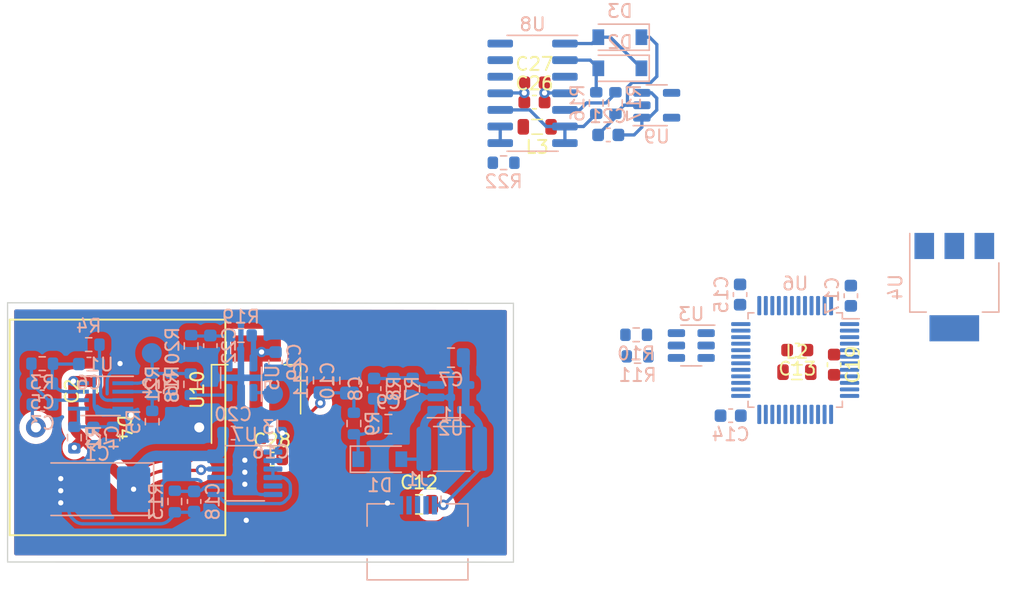
<source format=kicad_pcb>
(kicad_pcb (version 20211014) (generator pcbnew)
  (layers (0 "F.Cu" signal) (31 "B.Cu" signal) (34 "B.Paste" user) (35 "F.Paste" user) (36 "B.SilkS" user "B.Silkscreen") (37 "F.SilkS" user "F.Silkscreen") (38 "B.Mask" user) (39 "F.Mask" user) (44 "Edge.Cuts" user))
  (net 0 "")
  (net 1 "+5VA")
  (net 2 "GND")
  (net 3 "Net-(C3-Pad1)")
  (net 4 "Net-(C3-Pad2)")
  (net 5 "Net-(C5-Pad2)")
  (net 6 "vbus")
  (net 7 "Net-(C8-Pad1)")
  (net 8 "Net-(C8-Pad2)")
  (net 9 "+12V")
  (net 10 "+3.3V")
  (net 11 "Net-(C18-Pad2)")
  (net 12 "Net-(C21-Pad2)")
  (net 13 "Net-(C22-Pad2)")
  (net 14 "+3.3VA")
  (net 15 "Net-(D1-Pad2)")
  (net 16 "Net-(D2-Pad1)")
  (net 17 "Net-(D2-Pad2)")
  (net 18 "Net-(J1-Pad2)")
  (net 19 "Net-(J1-Pad3)")
  (net 21 "Net-(R5-Pad1)")
  (net 22 "PulseOUT")
  (net 23 "usb+")
  (net 24 "usb-")
  (net 25 "Net-(R18-Pad2)")
  (net 26 "Net-(R16-Pad2)")
  (net 27 "Net-(R17-Pad2)")
  (net 28 "Net-(R21-Pad2)")
  (net 29 "Net-(R22-Pad1)")
  (net 30 "Net-(U1-Pad5)")
  (net 31 "LevelOUT")
  (net 32 "PulseDetect")
  (net 70 "PowerGood")
  (net 74 "PDReset")
  (net 75 "Net-(R10-Pad2)")
  (net 76 "Net-(R11-Pad2)")
  (net 77 "Net-(R19-Pad1)")
  (net 78 "Net-(R4-Pad1)")
  (net 79 "/+3.3VAA")
  (footprint "Capacitor_SMD:C_0603_1608Metric" (layer "F.Cu") (at 88.72 55.48 90)
    (fp_text reference "C2")
    (fp_text value "10u")
  )
  (footprint "Capacitor_SMD:C_0805_2012Metric" (layer "F.Cu") (at 113.87 64.14)
    (fp_text reference "C12")
    (fp_text value "C")
  )
  (footprint "Capacitor_SMD:C_0603_1608Metric" (layer "F.Cu") (at 142.82 52.33 180)
    (fp_text reference "C13")
    (fp_text value "C")
  )
  (footprint "Package_TO_SOT_SMD:SOT-223-3_TabPin2" (layer "F.Cu") (at 101.39 55.36 90)
    (fp_text reference "U10")
    (fp_text value "AP1117-33")
  )
  (footprint "lib:2DU10" (layer "F.Cu") (at 90.79 58.25 -90)
    (fp_text reference "D4")
    (fp_text value "DIODE")
  )
  (footprint "Capacitor_SMD:C_0603_1608Metric" (layer "F.Cu") (at 122.7 33.35)
    (fp_text reference "C26")
    (fp_text value "C")
  )
  (footprint "Capacitor_SMD:C_0603_1608Metric" (layer "F.Cu") (at 145.64 53.45 -90)
    (fp_text reference "C19")
    (fp_text value "10u")
  )
  (footprint "Capacitor_SMD:C_0603_1608Metric" (layer "F.Cu") (at 122.7 31.86)
    (fp_text reference "C27")
    (fp_text value "C")
  )
  (footprint "Inductor_SMD:L_0805_2012Metric" (layer "F.Cu") (at 122.91 35.24 180)
    (fp_text reference "L3")
    (fp_text value "10u")
  )
  (footprint "Inductor_SMD:L_0805_2012Metric" (layer "F.Cu") (at 142.79 54.02)
    (fp_text reference "L2")
    (fp_text value "10uH")
  )
  (footprint "Capacitor_SMD:C_0603_1608Metric" (layer "F.Cu") (at 102.62 60.67)
    (fp_text reference "C28")
    (fp_text value "10u")
  )
  (footprint "Resistor_SMD:R_0603_1608Metric" (layer "B.Cu") (at 96.42 52.01 -90)
    (fp_text reference "R20")
    (fp_text value "1k")
  )
  (footprint "Capacitor_SMD:C_0603_1608Metric" (layer "B.Cu") (at 146.92 48.17 -90)
    (fp_text reference "C17")
    (fp_text value "C")
  )
  (footprint "Resistor_SMD:R_0603_1608Metric" (layer "B.Cu") (at 120.34 37.99)
    (fp_text reference "R22")
    (fp_text value "33")
  )
  (footprint "Package_SO:MSOP-12-1EP_3x4mm_P0.65mm_EP1.65x2.85mm" (layer "B.Cu") (at 100.53 61.76 180)
    (fp_text reference "U7")
    (fp_text value "LT3045xMSE")
  )
  (footprint "Connector_USB:USB_Micro-B_Amphenol_10104110_Horizontal" (layer "B.Cu") (at 113.75 65.76 180)
    (fp_text reference "J1")
    (fp_text value "USB_B_Micro")
  )
  (footprint "Package_QFP:LQFP-48_7x7mm_P0.5mm" (layer "B.Cu") (at 142.66 53.09 180)
    (fp_text reference "U6")
    (fp_text value "STM32F103C6Tx")
  )
  (footprint "Capacitor_SMD:C_0603_1608Metric" (layer "B.Cu") (at 85.04 56.49)
    (fp_text reference "C3")
    (fp_text value "1n")
  )
  (footprint "Package_TO_SOT_SMD:SOT-23-5" (layer "B.Cu") (at 100.242107 54.447893 90)
    (fp_text reference "U5")
    (fp_text value "LMV7239")
  )
  (footprint "My-library:SMD-CONN" (layer "B.Cu") (at 93.41 52.56 180)
    (fp_text reference "J2")
    (fp_text value "Conn")
  )
  (footprint "Diode_SMD:D_SOD-123" (layer "B.Cu") (at 110.86 60.68)
    (fp_text reference "D1")
    (fp_text value "D")
  )
  (footprint "Resistor_SMD:R_0603_1608Metric" (layer "B.Cu") (at 87.48 59.03 90)
    (fp_text reference "R1")
    (fp_text value "10k")
  )
  (footprint "Package_TO_SOT_SMD:SOT-23-5" (layer "B.Cu") (at 132.06 33.59)
    (fp_text reference "U9")
    (fp_text value "TS5A3166DBVR")
  )
  (footprint "Diode_SMD:D_SOD-123" (layer "B.Cu") (at 129.24 30.76 180)
    (fp_text reference "D2")
    (fp_text value "SSTPAD5")
  )
  (footprint "Capacitor_SMD:C_0603_1608Metric" (layer "B.Cu") (at 88.93 59.03 90)
    (fp_text reference "C4")
    (fp_text value "10n")
  )
  (footprint "Capacitor_SMD:C_0603_1608Metric" (layer "B.Cu") (at 85.02 54.89)
    (fp_text reference "C5")
    (fp_text value "10")
  )
  (footprint "Package_TO_SOT_SMD:SOT-23-5" (layer "B.Cu") (at 116.3 55.95)
    (fp_text reference "U2")
    (fp_text value "LM2733XMF")
  )
  (footprint "Package_TO_SOT_SMD:SOT-23-6" (layer "B.Cu") (at 134.705 51.98 180)
    (fp_text reference "U3")
    (fp_text value "USBLC6-2SC6")
  )
  (footprint "Capacitor_SMD:C_0805_2012Metric" (layer "B.Cu") (at 111.52 58 180)
    (fp_text reference "C9")
    (fp_text value "10u")
  )
  (footprint "Capacitor_SMD:C_0603_1608Metric" (layer "B.Cu") (at 99.64 58.68 180)
    (fp_text reference "C20")
    (fp_text value "22u")
  )
  (footprint "Package_TO_SOT_SMD:SOT-223-3_TabPin2" (layer "B.Cu") (at 154.84 47.51 -90)
    (fp_text reference "U4")
    (fp_text value "AP1117-33")
  )
  (footprint "Resistor_SMD:R_0603_1608Metric" (layer "B.Cu") (at 111.9 55.28 90)
    (fp_text reference "R7")
    (fp_text value "R")
  )
  (footprint "Resistor_SMD:R_0603_1608Metric" (layer "B.Cu") (at 93.44 54.95 90)
    (fp_text reference "R6")
    (fp_text value "5.1M")
  )
  (footprint "Resistor_SMD:R_0603_1608Metric" (layer "B.Cu") (at 94.91 54.95 -90)
    (fp_text reference "R21")
    (fp_text value "5.1k")
  )
  (footprint "Capacitor_SMD:C_0805_2012Metric" (layer "B.Cu") (at 106.52 54.65 -90)
    (fp_text reference "C11")
    (fp_text value "10u")
  )
  (footprint "Resistor_SMD:R_0603_1608Metric" (layer "B.Cu") (at 128.9 33.42 90)
    (fp_text reference "R17")
    (fp_text value "1k")
  )
  (footprint "Inductor_SMD:L_1812_4532Metric" (layer "B.Cu") (at 116.37 59.89 180)
    (fp_text reference "L1")
    (fp_text value "L")
  )
  (footprint "Diode_SMD:D_SOD-123" (layer "B.Cu") (at 129.24 28.38 180)
    (fp_text reference "D3")
    (fp_text value "SSTPAD5")
  )
  (footprint "Capacitor_SMD:C_0603_1608Metric" (layer "B.Cu") (at 110.43 55.28 -90)
    (fp_text reference "C8")
    (fp_text value "30")
  )
  (footprint "Package_SO:SSOP-8_2.95x2.8mm_P0.65mm" (layer "B.Cu") (at 89.4925 55.84 180)
    (fp_text reference "U1")
    (fp_text value "MAX4477")
  )
  (footprint "My-library:SMD-CONN" (layer "B.Cu") (at 102.692107 55.687893 180)
    (fp_text reference "J3")
    (fp_text value "Conn")
  )
  (footprint "Resistor_SMD:R_0603_1608Metric" (layer "B.Cu") (at 85.02 53.37)
    (fp_text reference "R3")
    (fp_text value "5.1M")
  )
  (footprint "Capacitor_SMD:C_0603_1608Metric" (layer "B.Cu") (at 138.44 48.08 -90)
    (fp_text reference "C15")
    (fp_text value "C")
  )
  (footprint "Resistor_SMD:R_0603_1608Metric" (layer "B.Cu") (at 88.58 51.91 180)
    (fp_text reference "R4")
    (fp_text value "100k")
  )
  (footprint "Resistor_SMD:R_0603_1608Metric" (layer "B.Cu") (at 90.44 59.03 -90)
    (fp_text reference "R2")
    (fp_text value "10k")
  )
  (footprint "Resistor_SMD:R_0603_1608Metric" (layer "B.Cu") (at 130.49 51.16)
    (fp_text reference "R10")
    (fp_text value "22")
  )
  (footprint "Resistor_SMD:R_0603_1608Metric" (layer "B.Cu") (at 95.17 63.92 -90)
    (fp_text reference "R13")
    (fp_text value "49.9k")
  )
  (footprint "Resistor_SMD:R_0603_1608Metric" (layer "B.Cu") (at 93.44 57.81 -90)
    (fp_text reference "R5")
    (fp_text value "R")
  )
  (footprint "Resistor_SMD:R_0603_1608Metric" (layer "B.Cu") (at 108.88 57.95 90)
    (fp_text reference "R9")
    (fp_text value "330")
  )
  (footprint "Capacitor_SMD:C_0805_2012Metric" (layer "B.Cu") (at 108.54 54.67 -90)
    (fp_text reference "C10")
    (fp_text value "10u")
  )
  (footprint "Resistor_SMD:R_0603_1608Metric" (layer "B.Cu") (at 113.38 55.28 -90)
    (fp_text reference "R8")
    (fp_text value "R")
  )
  (footprint "Capacitor_SMD:C_0805_2012Metric" (layer "B.Cu") (at 116.31 52.91)
    (fp_text reference "C7")
    (fp_text value "10u")
  )
  (footprint "Capacitor_SMD:C_0603_1608Metric" (layer "B.Cu") (at 97.89 51.99 90)
    (fp_text reference "C22")
    (fp_text value "10n")
  )
  (footprint "Package_SO:SOIC-14_3.9x8.7mm_P1.27mm" (layer "B.Cu") (at 122.556904 32.675 180)
    (fp_text reference "U8")
    (fp_text value "LMC660")
  )
  (footprint "Capacitor_SMD:C_0603_1608Metric" (layer "B.Cu") (at 96.65 63.92 90)
    (fp_text reference "C18")
    (fp_text value "4.7u")
  )
  (footprint "Resistor_SMD:R_0603_1608Metric" (layer "B.Cu") (at 96.39 54.95 -90)
    (fp_text reference "R18")
    (fp_text value "10k")
  )
  (footprint "Resistor_SMD:R_0603_1608Metric" (layer "B.Cu") (at 100.232107 51.210393 180)
    (fp_text reference "R19")
    (fp_text value "100k")
  )
  (footprint "Capacitor_SMD:C_0603_1608Metric" (layer "B.Cu") (at 102.52 58.68)
    (fp_text reference "C16")
    (fp_text value "10u")
  )
  (footprint "Capacitor_SMD:C_0603_1608Metric" (layer "B.Cu") (at 137.72 57.35)
    (fp_text reference "C14")
    (fp_text value "C")
  )
  (footprint "Capacitor_SMD:C_0603_1608Metric" (layer "B.Cu") (at 102.882107 53.257893 90)
    (fp_text reference "C29")
    (fp_text value "10u")
  )
  (footprint "Capacitor_Tantalum_SMD:CP_EIA-7132-28_AVX-C" (layer "B.Cu") (at 89.24 62.98 180)
    (fp_text reference "C1")
    (fp_text value "1000u")
  )
  (footprint "Capacitor_SMD:C_0603_1608Metric" (layer "B.Cu") (at 128.35 35.86 180)
    (fp_text reference "C21")
    (fp_text value "1n")
  )
  (footprint "Resistor_SMD:R_0603_1608Metric" (layer "B.Cu") (at 127.43 33.42 -90)
    (fp_text reference "R16")
    (fp_text value "20k")
  )
  (footprint "Capacitor_SMD:C_0603_1608Metric" (layer "B.Cu") (at 88.6 53.4)
    (fp_text reference "C6")
    (fp_text value "100n")
  )
  (footprint "Resistor_SMD:R_0603_1608Metric" (layer "B.Cu") (at 130.595 52.81)
    (fp_text reference "R11")
    (fp_text value "22")
  )
  (gr_line (start 82.37 48.71) (end 121.091957 48.75) (layer "Edge.Cuts") (width 0.1))
  (gr_line (start 121.091957 68.562301) (end 82.37 68.55) (layer "Edge.Cuts") (width 0.1))
  (gr_line (start 82.37 68.55) (end 82.37 48.71) (layer "Edge.Cuts") (width 0.1))
  (gr_line (start 121.091957 68.562301) (end 121.091957 48.75) (layer "Edge.Cuts") (width 0.1))
  (segment (start 89.3625 60.3275) (end 92.015 62.98) (width 0.8) (layer "F.Cu") (net 1))
  (segment (start 87.41 54.71) (end 87.41 57.960786) (width 0.8) (layer "F.Cu") (net 1))
  (segment (start 87.702893 58.667893) (end 88.2025 59.1675) (width 0.8) (layer "F.Cu") (net 1))
  (segment (start 92.57632 62.41868) (end 92.015 62.98) (width 0.25) (layer "F.Cu") (net 1))
  (segment (start 88.2025 59.1675) (end 89.3625 60.3275) (width 0.8) (layer "F.Cu") (net 1))
  (segment (start 88.1025 59.1675) (end 87.48 59.79) (width 0.8) (layer "F.Cu") (net 1))
  (segment (start 97.12 61.54) (end 94.697641 61.54) (width 0.25) (layer "F.Cu") (net 1))
  (segment (start 88.715 54.71) (end 88.72 54.705) (width 0.8) (layer "F.Cu") (net 1))
  (segment (start 87.41 54.71) (end 88.715 54.71) (width 0.8) (layer "F.Cu") (net 1))
  (segment (start 88.2025 59.1675) (end 88.1025 59.1675) (width 0.8) (layer "F.Cu") (net 1))
  (via (at 87.48 59.79) (size 0.8) (drill 0.4) (layers "F.Cu" "B.Cu") (net 1))
  (via (at 97.18 61.5) (size 0.8) (drill 0.4) (layers "F.Cu" "B.Cu") (net 1))
  (via (at 92.015 62.98) (size 0.8) (drill 0.4) (layers "F.Cu" "B.Cu") (net 1))
  (via (at 87.41 54.71) (size 0.8) (drill 0.4) (layers "F.Cu" "B.Cu") (net 1))
  (arc (start 87.41 57.960786) (mid 87.48612 58.343469) (end 87.702893 58.667893) (width 0.8) (layer "F.Cu") (net 1))
  (arc (start 92.57632 62.41868) (mid 93.54959 61.768361) (end 94.697641 61.54) (width 0.25) (layer "F.Cu") (net 1))
  (segment (start 92.015 61.765) (end 93.057107 60.722893) (width 0.8) (layer "B.Cu") (net 1))
  (segment (start 96.3 62.24) (end 96.3 60.44) (width 0.25) (layer "B.Cu") (net 1))
  (segment (start 95.43 62.24) (end 96.3 62.24) (width 0.25) (layer "B.Cu") (net 1))
  (segment (start 98.38 61.435) (end 97.225 61.435) (width 0.25) (layer "B.Cu") (net 1))
  (segment (start 96.3 60.44) (end 96.29 60.43) (width 0.25) (layer "B.Cu") (net 1))
  (segment (start 98.87 59.525786) (end 98.87 58.775) (width 0.8) (layer "B.Cu") (net 1))
  (segment (start 95.43 60.43) (end 96.29 60.43) (width 0.8) (layer "B.Cu") (net 1))
  (segment (start 98.38 60.43) (end 98.577107 60.232893) (width 0.8) (layer "B.Cu") (net 1))
  (segment (start 92.015 61.765) (end 92.015 62.98) (width 0.25) (layer "B.Cu") (net 1))
  (segment (start 94.373553 62.386447) (end 94.336446 62.423554) (width 0.25) (layer "B.Cu") (net 1))
  (segment (start 96.29 60.43) (end 98.38 60.43) (width 0.8) (layer "B.Cu") (net 1))
  (segment (start 97.225 61.435) (end 97.12 61.54) (width 0.25) (layer "B.Cu") (net 1))
  (segment (start 96.3 62.24) (end 96.822893 62.24) (width 0.25) (layer "B.Cu") (net 1))
  (segment (start 95.43 62.24) (end 94.727107 62.24) (width 0.25) (layer "B.Cu") (net 1))
  (segment (start 93.764214 60.43) (end 95.43 60.43) (width 0.8) (layer "B.Cu") (net 1))
  (segment (start 94.19 62.777107) (end 94.19 64.3) (width 0.25) (layer "B.Cu") (net 1))
  (arc (start 94.336446 62.423554) (mid 94.22806 62.585766) (end 94.19 62.777107) (width 0.25) (layer "B.Cu") (net 1))
  (arc (start 93.057107 60.722893) (mid 93.38153 60.50612) (end 93.764214 60.43) (width 0.8) (layer "B.Cu") (net 1))
  (arc (start 94.727107 62.24) (mid 94.535765 62.27806) (end 94.373553 62.386447) (width 0.25) (layer "B.Cu") (net 1))
  (arc (start 98.577107 60.232893) (mid 98.79388 59.90847) (end 98.87 59.525786) (width 0.8) (layer "B.Cu") (net 1))
  (arc (start 97.176447 62.386447) (mid 97.014235 62.27806) (end 96.822893 62.24) (width 0.25) (layer "B.Cu") (net 1))
  (segment (start 121.925 31.86) (end 121.925 32.645) (width 0.25) (layer "F.Cu") (net 2))
  (segment (start 121.925 32.645) (end 121.925 33.35) (width 0.25) (layer "F.Cu") (net 2))
  (segment (start 100.53 62.64) (end 100.53 62.6) (width 0.25) (layer "F.Cu") (net 2))
  (via (at 90.98 53.36) (size 0.8) (drill 0.4) (layers "F.Cu" "B.Cu") (net 2))
  (via (at 100.53 61.68) (size 0.8) (drill 0.4) (layers "F.Cu" "B.Cu") (net 2))
  (via (at 86.44 64.02) (size 0.8) (drill 0.4) (layers "F.Cu" "B.Cu") (net 2))
  (via (at 111.45 64.04) (size 0.8) (drill 0.4) (layers "F.Cu" "B.Cu") (net 2))
  (via (at 100.53 60.76) (size 0.8) (drill 0.4) (layers "F.Cu" "B.Cu") (net 2))
  (via (at 91.81 57.31) (size 0.8) (drill 0.4) (layers "F.Cu" "B.Cu") (net 2))
  (via (at 100.53 62.6) (size 0.8) (drill 0.4) (layers "F.Cu" "B.Cu") (net 2))
  (via (at 86.44 62.17) (size 0.8) (drill 0.4) (layers "F.Cu" "B.Cu") (net 2))
  (via (at 100.64 65.36) (size 0.8) (drill 0.4) (layers "F.Cu" "B.Cu") (net 2))
  (via (at 121.925 32.645) (size 0.8) (drill 0.4) (layers "F.Cu" "B.Cu") (net 2))
  (via (at 86.44 63.095) (size 0.8) (drill 0.4) (layers "F.Cu" "B.Cu") (net 2))
  (segment (start 95.17 64.745) (end 95.17 64.91) (width 0.25) (layer "B.Cu") (net 2))
  (segment (start 100.242107 55.585393) (end 100.242107 57.347893) (width 0.6) (layer "B.Cu") (net 2))
  (segment (start 115.1625 55.95) (end 115.621472 55.95) (width 0.4) (layer "B.Cu") (net 2))
  (segment (start 130.9225 35.2675) (end 130.9225 34.54) (width 0.25) (layer "B.Cu") (net 2))
  (segment (start 100.53 62.4625) (end 100.53 61.76) (width 0.25) (layer "B.Cu") (net 2))
  (segment (start 87.457107 65.337107) (end 87.332893 65.212893) (width 0.25) (layer "B.Cu") (net 2))
  (segment (start 86.465 63.085) (end 86.465 62.98) (width 0.25) (layer "B.Cu") (net 2))
  (segment (start 90.98 53.36) (end 90.282893 54.057107) (width 0.25) (layer "B.Cu") (net 2))
  (segment (start 121.925 32.645) (end 120.111904 32.645) (width 0.25) (layer "B.Cu") (net 2))
  (segment (start 131.66 32.64) (end 132.06 33.04) (width 0.25) (layer "B.Cu") (net 2))
  (segment (start 115.1625 55.95) (end 113.535 55.95) (width 0.25) (layer "B.Cu") (net 2))
  (segment (start 89.99 54.764214) (end 89.99 55.57) (width 0.25) (layer "B.Cu") (net 2))
  (segment (start 87.04 64.505786) (end 87.04 63.695) (width 0.25) (layer "B.Cu") (net 2))
  (segment (start 101.159607 63.092107) (end 100.53 62.4625) (width 0.25) (layer "B.Cu") (net 2))
  (segment (start 120.111904 32.645) (end 120.081904 32.675) (width 0.25) (layer "B.Cu") (net 2))
  (segment (start 100.232107 54.450393) (end 102.462107 54.450393) (width 0.5) (layer "B.Cu") (net 2))
  (segment (start 98.38 62.085) (end 100.205 62.085) (width 0.25) (layer "B.Cu") (net 2))
  (segment (start 100.232107 52.247893) (end 100.232107 50.557893) (width 0.4) (layer "B.Cu") (net 2))
  (segment (start 102.68 63.385) (end 101.866714 63.385) (width 0.25) (layer "B.Cu") (net 2))
  (segment (start 100.232107 55.567893) (end 100.232107 54.450393) (width 0.5) (layer "B.Cu") (net 2))
  (segment (start 89.99 55.57) (end 89.99 55.68) (width 0.25) (layer "B.Cu") (net 2))
  (segment (start 100.205 62.085) (end 100.53 61.76) (width 0.25) (layer "B.Cu") (net 2))
  (segment (start 113.38 57.09) (end 112.47 58) (width 0.25) (layer "B.Cu") (net 2))
  (segment (start 100.53 58.7) (end 100.52 58.69) (width 0.25) (layer "B.Cu") (net 2))
  (segment (start 116.3 55.271472) (end 116.3 60.035) (width 0.4) (layer "B.Cu") (net 2))
  (segment (start 130.9225 32.64) (end 131.66 32.64) (width 0.25) (layer "B.Cu") (net 2))
  (segment (start 95.17 64.745) (end 96.6 64.745) (width 0.25) (layer "B.Cu") (net 2))
  (segment (start 89.811371 57.31) (end 91.81 57.31) (width 0.25) (layer "B.Cu") (net 2))
  (segment (start 89 54.34) (end 89 56.498629) (width 0.25) (layer "B.Cu") (net 2))
  (segment (start 108.54 53.72) (end 106.54 53.72) (width 0.25) (layer "B.Cu") (net 2))
  (segment (start 129.125 35.86) (end 130.33 35.86) (width 0.25) (layer "B.Cu") (net 2))
  (segment (start 113.38 56.105) (end 113.38 57.09) (width 0.25) (layer "B.Cu") (net 2))
  (segment (start 132.06 33.04) (end 132.06 33.96) (width 0.25) (layer "B.Cu") (net 2))
  (segment (start 94.035786 65.63) (end 88.164214 65.63) (width 0.25) (layer "B.Cu") (net 2))
  (segment (start 131.48 34.54) (end 130.9225 34.54) (width 0.25) (layer "B.Cu") (net 2))
  (segment (start 100.53 60.76) (end 100.53 58.7) (width 0.25) (layer "B.Cu") (net 2))
  (segment (start 113.535 55.95) (end 113.38 56.105) (width 0.25) (layer "B.Cu") (net 2))
  (segment (start 100.24 50.465) (end 100.24 50.075) (width 0.5) (layer "B.Cu") (net 2))
  (segment (start 130.33 35.86) (end 130.9225 35.2675) (width 0.25) (layer "B.Cu") (net 2))
  (segment (start 100.53 61.76) (end 100.53 61.66) (width 0.25) (layer "B.Cu") (net 2))
  (segment (start 100.232107 54.450393) (end 100.232107 52.247893) (width 0.5) (layer "B.Cu") (net 2))
  (segment (start 96.6 64.745) (end 96.65 64.695) (width 0.25) (layer "B.Cu") (net 2))
  (segment (start 132.06 33.96) (end 131.48 34.54) (width 0.25) (layer "B.Cu") (net 2))
  (segment (start 115.36 52.91) (end 109.35 52.91) (width 0.25) (layer "B.Cu") (net 2))
  (segment (start 89.234315 57.064315) (end 89.245686 57.075686) (width 0.25) (layer "B.Cu") (net 2))
  (segment (start 102.462107 54.450393) (end 104.344607 54.450393) (width 0.5) (layer "B.Cu") (net 2))
  (segment (start 115.36 53.39) (end 115.36 52.91) (width 0.25) (layer "B.Cu") (net 2))
  (segment (start 100.53 61.66) (end 100.53 60.76) (width 0.25) (layer "B.Cu") (net 2))
  (segment (start 116.3 55.271472) (end 116.3 54.578528) (width 0.4) (layer "B.Cu") (net 2))
  (segment (start 116.124264 54.154264) (end 115.36 53.39) (width 0.4) (layer "B.Cu") (net 2))
  (segment (start 100.232107 54.450393) (end 97.722107 54.450393) (width 0.5) (layer "B.Cu") (net 2))
  (segment (start 109.35 52.91) (end 108.54 53.72) (width 0.25) (layer "B.Cu") (net 2))
  (segment (start 95.17 64.91) (end 94.742893 65.337107) (width 0.25) (layer "B.Cu") (net 2))
  (segment (start 87.04 63.695) (end 86.44 63.095) (width 0.25) (layer "B.Cu") (net 2))
  (arc (start 90.282893 54.057107) (mid 90.06612 54.38153) (end 89.99 54.764214) (width 0.25) (layer "B.Cu") (net 2))
  (arc (start 87.332893 65.212893) (mid 87.11612 64.88847) (end 87.04 64.505786) (width 0.25) (layer "B.Cu") (net 2))
  (arc (start 89.245686 57.075686) (mid 89.505225 57.249104) (end 89.811371 57.31) (width 0.25) (layer "B.Cu") (net 2))
  (arc (start 101.159607 63.092107) (mid 101.48403 63.30888) (end 101.866714 63.385) (width 0.25) (layer "B.Cu") (net 2))
  (arc (start 89.234315 57.064315) (mid 89.060896 56.804776) (end 89 56.498629) (width 0.25) (layer "B.Cu") (net 2))
  (arc (start 94.742893 65.337107) (mid 94.41847 65.55388) (end 94.035786 65.63) (width 0.25) (layer "B.Cu") (net 2))
  (arc (start 116.3 54.578528) (mid 116.254328 54.348918) (end 116.124264 54.154264) (width 0.4) (layer "B.Cu") (net 2))
  (arc (start 87.457107 65.337107) (mid 87.78153 65.55388) (end 88.164214 65.63) (width 0.25) (layer "B.Cu") (net 2))
  (segment (start 84.265 57.975) (end 84.51 58.22) (width 0.25) (layer "B.Cu") (net 3))
  (segment (start 84.265 56.49) (end 84.265 57.975) (width 0.25) (layer "B.Cu") (net 3))
  (segment (start 86.14 56.165) (end 85.815 56.49) (width 0.25) (layer "B.Cu") (net 4))
  (segment (start 87.7925 56.165) (end 86.14 56.165) (width 0.25) (layer "B.Cu") (net 4))
  (segment (start 84.245 54.92) (end 85.815 56.49) (width 0.25) (layer "B.Cu") (net 4))
  (segment (start 84.245 54.89) (end 84.245 54.92) (width 0.25) (layer "B.Cu") (net 4))
  (segment (start 84.195 54.84) (end 84.245 54.89) (width 0.25) (layer "B.Cu") (net 4))
  (segment (start 84.195 53.37) (end 84.195 54.84) (width 0.25) (layer "B.Cu") (net 4))
  (segment (start 85.875 53.4) (end 87.825 53.4) (width 0.25) (layer "B.Cu") (net 5))
  (segment (start 86.127107 55.222107) (end 85.795 54.89) (width 0.25) (layer "B.Cu") (net 5))
  (segment (start 87.7925 55.515) (end 86.834214 55.515) (width 0.25) (layer "B.Cu") (net 5))
  (segment (start 85.845 53.37) (end 85.875 53.4) (width 0.25) (layer "B.Cu") (net 5))
  (segment (start 85.795 54.89) (end 85.795 53.42) (width 0.25) (layer "B.Cu") (net 5))
  (segment (start 85.795 53.42) (end 85.845 53.37) (width 0.25) (layer "B.Cu") (net 5))
  (arc (start 86.834214 55.515) (mid 86.451531 55.43888) (end 86.127107 55.222107) (width 0.25) (layer "B.Cu") (net 5))
  (segment (start 114.82 64.14) (end 115.69 64.14) (width 0.25) (layer "F.Cu") (net 6))
  (segment (start 115.69 64.14) (end 115.73 64.18) (width 0.25) (layer "F.Cu") (net 6))
  (via (at 115.73 64.18) (size 0.8) (drill 0.4) (layers "F.Cu" "B.Cu") (net 6))
  (segment (start 118.5075 59.89) (end 118.5075 58.384214) (width 0.6) (layer "B.Cu") (net 6))
  (segment (start 116.54 63.41) (end 118.5075 61.4425) (width 0.25) (layer "B.Cu") (net 6))
  (segment (start 115.05 64.21) (end 115.74 64.21) (width 0.25) (layer "B.Cu") (net 6))
  (segment (start 115.74 64.21) (end 116.54 63.41) (width 0.25) (layer "B.Cu") (net 6))
  (segment (start 118.214607 57.677107) (end 117.4375 56.9) (width 0.6) (layer "B.Cu") (net 6))
  (segment (start 117.4375 55) (end 117.4375 53.0875) (width 0.6) (layer "B.Cu") (net 6))
  (segment (start 117.4375 53.0875) (end 117.26 52.91) (width 0.25) (layer "B.Cu") (net 6))
  (segment (start 118.5075 61.4425) (end 118.5075 59.89) (width 0.25) (layer "B.Cu") (net 6))
  (segment (start 117.4375 55) (end 117.4375 56.9) (width 0.6) (layer "B.Cu") (net 6))
  (arc (start 118.5075 58.384214) (mid 118.43138 58.001531) (end 118.214607 57.677107) (width 0.6) (layer "B.Cu") (net 6))
  (segment (start 115.1625 55) (end 114.339214 55) (width 0.25) (layer "B.Cu") (net 7))
  (segment (start 110.43 54.505) (end 111.85 54.505) (width 0.25) (layer "B.Cu") (net 7))
  (segment (start 111.85 54.505) (end 111.9 54.455) (width 0.25) (layer "B.Cu") (net 7))
  (segment (start 111.9 54.455) (end 113.38 54.455) (width 0.25) (layer "B.Cu") (net 7))
  (segment (start 113.632107 54.707107) (end 113.38 54.455) (width 0.25) (layer "B.Cu") (net 7))
  (arc (start 114.339214 55) (mid 113.956531 54.92388) (end 113.632107 54.707107) (width 0.25) (layer "B.Cu") (net 7))
  (segment (start 111.9 56.105) (end 110.48 56.105) (width 0.25) (layer "B.Cu") (net 8))
  (segment (start 109.21 59.105) (end 108.88 58.775) (width 0.25) (layer "B.Cu") (net 8))
  (segment (start 110.57 56.195) (end 110.43 56.055) (width 0.25) (layer "B.Cu") (net 8))
  (segment (start 110.57 58) (end 110.57 56.195) (width 0.25) (layer "B.Cu") (net 8))
  (segment (start 109.21 60.68) (end 109.21 59.105) (width 0.25) (layer "B.Cu") (net 8))
  (segment (start 110.48 56.105) (end 110.43 56.055) (width 0.25) (layer "B.Cu") (net 8))
  (segment (start 108.88 58.775) (end 109.380786 58.775) (width 0.25) (layer "B.Cu") (net 8))
  (segment (start 110.087893 58.482107) (end 110.57 58) (width 0.25) (layer "B.Cu") (net 8))
  (arc (start 109.380786 58.775) (mid 109.763469 58.69888) (end 110.087893 58.482107) (width 0.25) (layer "B.Cu") (net 8))
  (segment (start 103.395 58.685) (end 103.4 58.68) (width 0.25) (layer "F.Cu") (net 9))
  (segment (start 103.69 58.51) (end 104.18 58.51) (width 0.25) (layer "F.Cu") (net 9))
  (segment (start 103.395 60.67) (end 103.395 58.685) (width 0.8) (layer "F.Cu") (net 9))
  (segment (start 104.18 58.51) (end 106.31 56.38) (width 0.25) (layer "F.Cu") (net 9))
  (via (at 103.4 58.68) (size 0.8) (drill 0.4) (layers "F.Cu" "B.Cu") (net 9))
  (via (at 106.31 56.38) (size 0.8) (drill 0.4) (layers "F.Cu" "B.Cu") (net 9))
  (segment (start 103.605736 63.904264) (end 103.844264 63.665736) (width 0.25) (layer "B.Cu") (net 9))
  (segment (start 99.323528 64.08) (end 103.181472 64.08) (width 0.25) (layer "B.Cu") (net 9))
  (segment (start 103.336472 62.085) (end 102.68 62.085) (width 0.25) (layer "B.Cu") (net 9))
  (segment (start 102.68 61.435) (end 102.68 62.085) (width 0.25) (layer "B.Cu") (net 9))
  (segment (start 104.02 63.241472) (end 104.02 62.768528) (width 0.25) (layer "B.Cu") (net 9))
  (segment (start 102.68 60.785) (end 102.68 61.435) (width 0.25) (layer "B.Cu") (net 9))
  (segment (start 108.52 55.6) (end 108.54 55.62) (width 0.25) (layer "B.Cu") (net 9))
  (segment (start 103.295 58.68) (end 103.295 59.105786) (width 0.25) (layer "B.Cu") (net 9))
  (segment (start 106.52 56.17) (end 106.31 56.38) (width 0.25) (layer "B.Cu") (net 9))
  (segment (start 108.88 55.96) (end 108.54 55.62) (width 0.25) (layer "B.Cu") (net 9))
  (segment (start 103.844264 62.344264) (end 103.760736 62.260736) (width 0.25) (layer "B.Cu") (net 9))
  (segment (start 102.68 60.135) (end 102.68 60.77) (width 0.25) (layer "B.Cu") (net 9))
  (segment (start 103.002107 59.812893) (end 102.68 60.135) (width 0.25) (layer "B.Cu") (net 9))
  (segment (start 106.52 55.6) (end 106.52 56.17) (width 0.25) (layer "B.Cu") (net 9))
  (segment (start 98.38 63.385) (end 98.899264 63.904264) (width 0.25) (layer "B.Cu") (net 9))
  (segment (start 106.52 55.6) (end 108.52 55.6) (width 0.25) (layer "B.Cu") (net 9))
  (segment (start 108.88 57.125) (end 108.88 55.96) (width 0.25) (layer "B.Cu") (net 9))
  (segment (start 102.68 60.77) (end 102.68 60.785) (width 0.25) (layer "B.Cu") (net 9))
  (arc (start 104.02 63.241472) (mid 103.974328 63.471082) (end 103.844264 63.665736) (width 0.25) (layer "B.Cu") (net 9))
  (arc (start 99.323528 64.08) (mid 99.093918 64.034328) (end 98.899264 63.904264) (width 0.25) (layer "B.Cu") (net 9))
  (arc (start 103.181472 64.08) (mid 103.411082 64.034328) (end 103.605736 63.904264) (width 0.25) (layer "B.Cu") (net 9))
  (arc (start 104.02 62.768528) (mid 103.974328 62.538918) (end 103.844264 62.344264) (width 0.25) (layer "B.Cu") (net 9))
  (arc (start 103.002107 59.812893) (mid 103.21888 59.48847) (end 103.295 59.105786) (width 0.25) (layer "B.Cu") (net 9))
  (arc (start 103.336472 62.085) (mid 103.566082 62.130672) (end 103.760736 62.260736) (width 0.25) (layer "B.Cu") (net 9))
  (segment (start 97.369264 62.910736) (end 97.310736 62.969264) (width 0.25) (layer "B.Cu") (net 11))
  (segment (start 96.65 63.145) (end 95.22 63.145) (width 0.25) (layer "B.Cu") (net 11))
  (segment (start 96.886472 63.145) (end 96.65 63.145) (width 0.25) (layer "B.Cu") (net 11))
  (segment (start 95.22 63.145) (end 95.17 63.095) (width 0.25) (layer "B.Cu") (net 11))
  (segment (start 98.38 62.735) (end 97.793528 62.735) (width 0.25) (layer "B.Cu") (net 11))
  (arc (start 97.369264 62.910736) (mid 97.563918 62.780672) (end 97.793528 62.735) (width 0.25) (layer "B.Cu") (net 11))
  (arc (start 97.310736 62.969264) (mid 97.116082 63.099328) (end 96.886472 63.145) (width 0.25) (layer "B.Cu") (net 11))
  (segment (start 132.07 31.38) (end 131.61 31.84) (width 0.25) (layer "B.Cu") (net 12))
  (segment (start 132.07 28.94) (end 132.07 31.38) (width 0.25) (layer "B.Cu") (net 12))
  (segment (start 129.84 33.59) (end 129.555 33.59) (width 0.25) (layer "B.Cu") (net 12))
  (segment (start 129.82 33.57) (end 129.84 33.59) (width 0.25) (layer "B.Cu") (net 12))
  (segment (start 130.89 28.38) (end 131.51 28.38) (width 0.25) (layer "B.Cu") (net 12))
  (segment (start 128.9 34.51) (end 128.9 34.245) (width 0.25) (layer "B.Cu") (net 12))
  (segment (start 129.82 32.21) (end 129.82 33.57) (width 0.25) (layer "B.Cu") (net 12))
  (segment (start 131.61 31.84) (end 130.19 31.84) (width 0.25) (layer "B.Cu") (net 12))
  (segment (start 129.555 33.59) (end 128.9 34.245) (width 0.25) (layer "B.Cu") (net 12))
  (segment (start 127.575 35.86) (end 127.575 35.835) (width 0.25) (layer "B.Cu") (net 12))
  (segment (start 127.575 35.835) (end 128.9 34.51) (width 0.25) (layer "B.Cu") (net 12))
  (segment (start 130.19 31.84) (end 129.82 32.21) (width 0.25) (layer "B.Cu") (net 12))
  (segment (start 130.9225 33.59) (end 129.84 33.59) (width 0.25) (layer "B.Cu") (net 12))
  (segment (start 131.51 28.38) (end 132.07 28.94) (width 0.25) (layer "B.Cu") (net 12))
  (segment (start 99.284607 51.255393) (end 99.307107 51.232893) (width 0.25) (layer "B.Cu") (net 13))
  (segment (start 99.292107 51.247893) (end 99.307107 51.232893) (width 0.25) (layer "B.Cu") (net 13))
  (segment (start 99.292107 53.302893) (end 99.292107 51.247893) (width 0.25) (layer "B.Cu") (net 13))
  (segment (start 96.392107 51.255393) (end 99.284607 51.255393) (width 0.25) (layer "B.Cu") (net 13))
  (segment (start 123.475 31.86) (end 123.475 32.645) (width 0.25) (layer "F.Cu") (net 14))
  (segment (start 123.475 32.645) (end 123.475 33.35) (width 0.25) (layer "F.Cu") (net 14))
  (via (at 123.475 32.645) (size 0.8) (drill 0.4) (layers "F.Cu" "B.Cu") (net 14))
  (segment (start 125.001904 32.645) (end 125.031904 32.675) (width 0.25) (layer "B.Cu") (net 14))
  (segment (start 123.475 32.645) (end 125.001904 32.645) (width 0.25) (layer "B.Cu") (net 14))
  (segment (start 112.51 60.68) (end 114.36 60.68) (width 0.25) (layer "B.Cu") (net 15))
  (segment (start 114.2325 59.89) (end 114.2325 58.244214) (width 0.6) (layer "B.Cu") (net 15))
  (segment (start 114.525393 57.537107) (end 115.1625 56.9) (width 0.6) (layer "B.Cu") (net 15))
  (segment (start 114.36 60.0175) (end 114.2325 59.89) (width 0.25) (layer "B.Cu") (net 15))
  (segment (start 114.36 60.68) (end 114.36 60.0175) (width 0.25) (layer "B.Cu") (net 15))
  (arc (start 114.525393 57.537107) (mid 114.30862 57.86153) (end 114.2325 58.244214) (width 0.6) (layer "B.Cu") (net 15))
  (segment (start 127.59 28.38) (end 128.51 28.38) (width 0.25) (layer "B.Cu") (net 16))
  (segment (start 127.105 28.865) (end 127.59 28.38) (width 0.25) (layer "B.Cu") (net 16))
  (segment (start 125.031904 28.865) (end 127.105 28.865) (width 0.25) (layer "B.Cu") (net 16))
  (segment (start 128.51 28.38) (end 130.89 30.76) (width 0.25) (layer "B.Cu") (net 16))
  (segment (start 126.965 30.135) (end 127.59 30.76) (width 0.25) (layer "B.Cu") (net 17))
  (segment (start 127.43 30.92) (end 127.59 30.76) (width 0.25) (layer "B.Cu") (net 17))
  (segment (start 125.031904 30.135) (end 126.965 30.135) (width 0.25) (layer "B.Cu") (net 17))
  (segment (start 127.43 32.595) (end 127.43 30.92) (width 0.25) (layer "B.Cu") (net 17))
  (segment (start 93.18 55.515) (end 93.44 55.775) (width 0.25) (layer "B.Cu") (net 21))
  (segment (start 91.1925 55.515) (end 93.18 55.515) (width 0.25) (layer "B.Cu") (net 21))
  (segment (start 93.44 55.775) (end 93.44 56.985) (width 0.25) (layer "B.Cu") (net 21))
  (segment (start 91.1925 54.865) (end 92.285786 54.865) (width 0.25) (layer "B.Cu") (net 22))
  (segment (start 93.44 52.59) (end 93.41 52.56) (width 0.25) (layer "B.Cu") (net 22))
  (segment (start 93.44 54.125) (end 94.91 54.125) (width 0.25) (layer "B.Cu") (net 22))
  (segment (start 93.44 54.125) (end 93.44 54.255) (width 0.25) (layer "B.Cu") (net 22))
  (segment (start 96.39 54.125) (end 94.91 54.125) (width 0.25) (layer "B.Cu") (net 22))
  (segment (start 92.992893 54.572107) (end 93.44 54.125) (width 0.25) (layer "B.Cu") (net 22))
  (segment (start 93.44 54.125) (end 93.44 52.59) (width 0.25) (layer "B.Cu") (net 22))
  (arc (start 92.285786 54.865) (mid 92.668469 54.78888) (end 92.992893 54.572107) (width 0.25) (layer "B.Cu") (net 22))
  (segment (start 96.39 55.775) (end 99.1025 55.775) (width 0.25) (layer "B.Cu") (net 25))
  (segment (start 99.1025 55.775) (end 99.292107 55.585393) (width 0.25) (layer "B.Cu") (net 25))
  (segment (start 125.031904 35.215) (end 126.46 35.215) (width 0.25) (layer "B.Cu") (net 26))
  (segment (start 126.46 35.215) (end 127.43 34.245) (width 0.25) (layer "B.Cu") (net 26))
  (segment (start 123.605 35.215) (end 122.335 33.945) (width 0.25) (layer "B.Cu") (net 26))
  (segment (start 122.335 33.945) (end 120.081904 33.945) (width 0.25) (layer "B.Cu") (net 26))
  (segment (start 125.031904 36.485) (end 125.031904 35.215) (width 0.25) (layer "B.Cu") (net 26))
  (segment (start 125.031904 35.215) (end 123.605 35.215) (width 0.25) (layer "B.Cu") (net 26))
  (segment (start 128.9 32.595) (end 128.9 32.69) (width 0.25) (layer "B.Cu") (net 27))
  (segment (start 128.18 33.41) (end 126.7 33.41) (width 0.25) (layer "B.Cu") (net 27))
  (segment (start 128.9 32.69) (end 128.18 33.41) (width 0.25) (layer "B.Cu") (net 27))
  (segment (start 126.165 33.945) (end 125.031904 33.945) (width 0.25) (layer "B.Cu") (net 27))
  (segment (start 126.7 33.41) (end 126.165 33.945) (width 0.25) (layer "B.Cu") (net 27))
  (segment (start 120.081904 35.215) (end 120.081904 36.485) (width 0.25) (layer "B.Cu") (net 29))
  (segment (start 87.7925 56.815) (end 87.7925 57.8925) (width 0.25) (layer "B.Cu") (net 30))
  (segment (start 87.7925 57.8925) (end 87.48 58.205) (width 0.25) (layer "B.Cu") (net 30))
  (segment (start 90.44 58.205) (end 87.48 58.205) (width 0.25) (layer "B.Cu") (net 30))
  (segment (start 102.639607 55.585393) (end 102.702107 55.647893) (width 0.25) (layer "B.Cu") (net 32))
  (segment (start 101.192107 55.585393) (end 102.639607 55.585393) (width 0.25) (layer "B.Cu") (net 32))
  (segment (start 101.39 58.51) (end 101.39 52.21) (width 1) (layer "F.Cu") (net 77))
  (via (at 101.812107 52.477893) (size 0.8) (drill 0.4) (layers "F.Cu" "B.Cu") (net 77))
  (segment (start 101.192107 52.437893) (end 101.192107 51.467893) (width 0.4) (layer "B.Cu") (net 77))
  (segment (start 101.192107 51.467893) (end 100.957107 51.232893) (width 0.25) (layer "B.Cu") (net 77))
  (segment (start 102.882107 52.482893) (end 101.237107 52.482893) (width 0.5) (layer "B.Cu") (net 77))
  (segment (start 101.192107 53.302893) (end 101.192107 52.437893) (width 0.4) (layer "B.Cu") (net 77))
  (segment (start 101.237107 52.482893) (end 101.192107 52.437893) (width 0.25) (layer "B.Cu") (net 77))
  (segment (start 89.688554 56.018554) (end 89.636447 55.966447) (width 0.25) (layer "B.Cu") (net 78))
  (segment (start 89.49 55.612893) (end 89.49 53.515) (width 0.25) (layer "B.Cu") (net 78))
  (segment (start 91.1925 56.165) (end 90.042107 56.165) (width 0.25) (layer "B.Cu") (net 78))
  (segment (start 89.49 53.515) (end 89.375 53.4) (width 0.25) (layer "B.Cu") (net 78))
  (segment (start 89.405 51.91) (end 89.405 53.37) (width 0.25) (layer "B.Cu") (net 78))
  (arc (start 89.636447 55.966447) (mid 89.52806 55.804235) (end 89.49 55.612893) (width 0.25) (layer "B.Cu") (net 78))
  (arc (start 90.042107 56.165) (mid 89.850766 56.12694) (end 89.688554 56.018554) (width 0.25) (layer "B.Cu") (net 78))
  (zone (net 2) (net_name "GND") (layer "F.Cu") (connect_pads yes (clearance 0.508)) (min_thickness 0.254) (fill yes (thermal_gap 0.508) (thermal_bridge_width 0.508))
    (polygon (pts (xy 121.91 69.59) (xy 81.79 69.59) (xy 81.79 48.27) (xy 121.91 48.27)))
  )
  (zone (net 2) (net_name "GND") (layer "B.Cu") (connect_pads yes (clearance 0.508)) (min_thickness 0.254) (fill yes (thermal_gap 0.508) (thermal_bridge_width 0.508))
    (polygon (pts (xy 121.94 69.39) (xy 81.99 69.39) (xy 81.99 48.36) (xy 121.94 48.36)))
  )
  (zone (net 1) (net_name "+5VA") (layer "B.Cu") (connect_pads yes (clearance 0.508)) (min_thickness 0.254) (fill yes (thermal_gap 0.508) (thermal_bridge_width 0.508))
    (polygon (pts (xy 96.41 62.32) (xy 94.22 62.32) (xy 94.22 60.58) (xy 96.41 60.58)))
  )
  (zone (net 0) (net_name "") (layer "B.Cu") (connect_pads yes (clearance 0)) (min_thickness 0.254)
    (keepout (tracks allowed) (vias allowed) (pads allowed) (copperpour not_allowed) (footprints allowed))
    (fill (thermal_gap 0.508) (thermal_bridge_width 0.508))
    (polygon (pts (xy 97.35 64.61) (xy 94.96 65.98) (xy 87.5 65.99) (xy 86.52 65.03) (xy 86.52 64.01) (xy 87.53 64.01) (xy 87.53 64.74) (xy 88.04 65.28) (xy 93.94 65.28) (xy 94.38 64.88) (xy 94.38 63.28) (xy 97.35 63.28)))
  )
)
</source>
